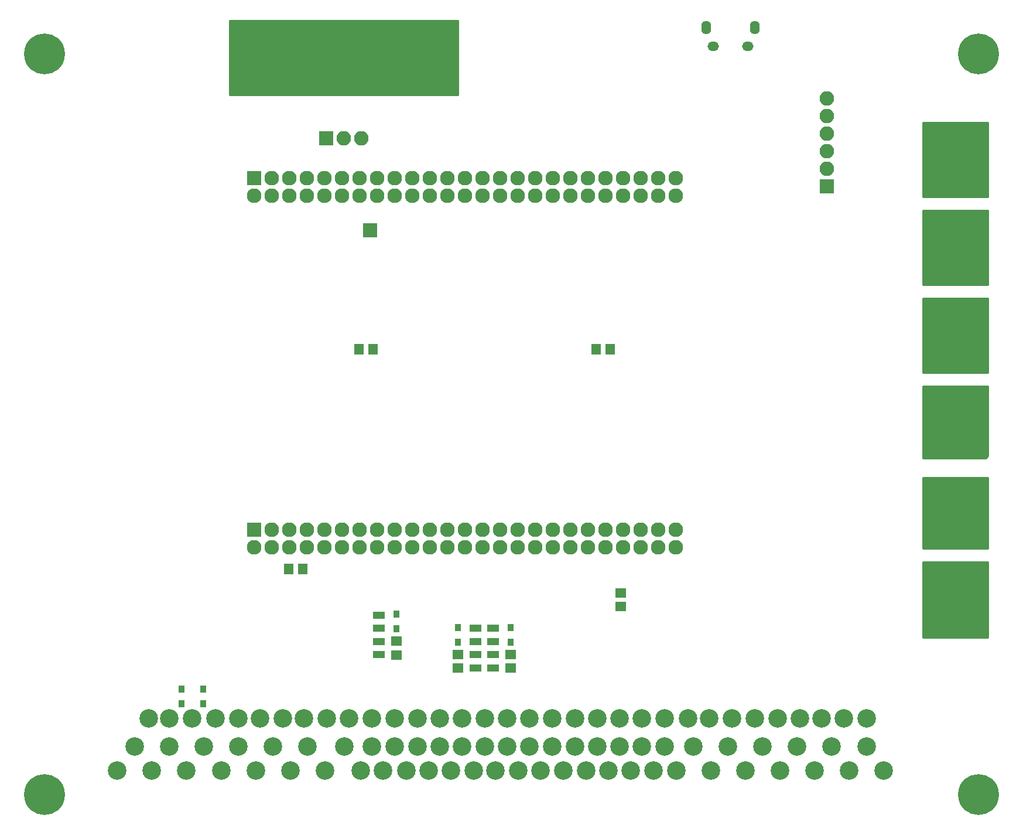
<source format=gbr>
G04 #@! TF.FileFunction,Soldermask,Bot*
%FSLAX46Y46*%
G04 Gerber Fmt 4.6, Leading zero omitted, Abs format (unit mm)*
G04 Created by KiCad (PCBNEW 4.0.6) date 01/07/18 00:35:13*
%MOMM*%
%LPD*%
G01*
G04 APERTURE LIST*
%ADD10C,0.100000*%
%ADD11R,0.850000X1.000000*%
%ADD12C,5.900000*%
%ADD13R,1.400000X1.650000*%
%ADD14R,1.650000X1.400000*%
%ADD15R,2.127200X2.127200*%
%ADD16O,2.127200X2.127200*%
%ADD17R,2.100000X2.100000*%
%ADD18R,1.700000X1.100000*%
%ADD19O,2.100000X2.100000*%
%ADD20C,1.206000*%
%ADD21O,1.650000X1.350000*%
%ADD22O,1.400000X1.950000*%
%ADD23C,2.686000*%
%ADD24C,0.254000*%
G04 APERTURE END LIST*
D10*
D11*
X24765000Y-96740000D03*
X24765000Y-98840000D03*
X27940000Y-96740000D03*
X27940000Y-98840000D03*
D12*
X140000000Y-112000000D03*
X5000000Y-112000000D03*
X140000000Y-5000000D03*
X5000000Y-5000000D03*
D13*
X40275000Y-79375000D03*
X42275000Y-79375000D03*
D14*
X88265000Y-82820000D03*
X88265000Y-84820000D03*
D13*
X50435000Y-47625000D03*
X52435000Y-47625000D03*
X84725000Y-47625000D03*
X86725000Y-47625000D03*
D15*
X35290000Y-73710000D03*
D16*
X35290000Y-76250000D03*
X37830000Y-73710000D03*
X37830000Y-76250000D03*
X40370000Y-73710000D03*
X40370000Y-76250000D03*
X42910000Y-73710000D03*
X42910000Y-76250000D03*
X45450000Y-73710000D03*
X45450000Y-76250000D03*
X47990000Y-73710000D03*
X47990000Y-76250000D03*
X50530000Y-73710000D03*
X50530000Y-76250000D03*
X53070000Y-73710000D03*
X53070000Y-76250000D03*
X55610000Y-73710000D03*
X55610000Y-76250000D03*
X58150000Y-73710000D03*
X58150000Y-76250000D03*
X60690000Y-73710000D03*
X60690000Y-76250000D03*
X63230000Y-73710000D03*
X63230000Y-76250000D03*
X65770000Y-73710000D03*
X65770000Y-76250000D03*
X68310000Y-73710000D03*
X68310000Y-76250000D03*
X70850000Y-73710000D03*
X70850000Y-76250000D03*
X73390000Y-73710000D03*
X73390000Y-76250000D03*
X75930000Y-73710000D03*
X75930000Y-76250000D03*
X78470000Y-73710000D03*
X78470000Y-76250000D03*
X81010000Y-73710000D03*
X81010000Y-76250000D03*
X83550000Y-73710000D03*
X83550000Y-76250000D03*
X86090000Y-73710000D03*
X86090000Y-76250000D03*
X88630000Y-73710000D03*
X88630000Y-76250000D03*
X91170000Y-73710000D03*
X91170000Y-76250000D03*
X93710000Y-73710000D03*
X93710000Y-76250000D03*
X96250000Y-73710000D03*
X96250000Y-76250000D03*
D15*
X35290000Y-22910000D03*
D16*
X35290000Y-25450000D03*
X37830000Y-22910000D03*
X37830000Y-25450000D03*
X40370000Y-22910000D03*
X40370000Y-25450000D03*
X42910000Y-22910000D03*
X42910000Y-25450000D03*
X45450000Y-22910000D03*
X45450000Y-25450000D03*
X47990000Y-22910000D03*
X47990000Y-25450000D03*
X50530000Y-22910000D03*
X50530000Y-25450000D03*
X53070000Y-22910000D03*
X53070000Y-25450000D03*
X55610000Y-22910000D03*
X55610000Y-25450000D03*
X58150000Y-22910000D03*
X58150000Y-25450000D03*
X60690000Y-22910000D03*
X60690000Y-25450000D03*
X63230000Y-22910000D03*
X63230000Y-25450000D03*
X65770000Y-22910000D03*
X65770000Y-25450000D03*
X68310000Y-22910000D03*
X68310000Y-25450000D03*
X70850000Y-22910000D03*
X70850000Y-25450000D03*
X73390000Y-22910000D03*
X73390000Y-25450000D03*
X75930000Y-22910000D03*
X75930000Y-25450000D03*
X78470000Y-22910000D03*
X78470000Y-25450000D03*
X81010000Y-22910000D03*
X81010000Y-25450000D03*
X83550000Y-22910000D03*
X83550000Y-25450000D03*
X86090000Y-22910000D03*
X86090000Y-25450000D03*
X88630000Y-22910000D03*
X88630000Y-25450000D03*
X91170000Y-22910000D03*
X91170000Y-25450000D03*
X93710000Y-22910000D03*
X93710000Y-25450000D03*
X96250000Y-22910000D03*
X96250000Y-25450000D03*
D14*
X55880000Y-91805000D03*
X55880000Y-89805000D03*
X72390000Y-93710000D03*
X72390000Y-91710000D03*
X64770000Y-93710000D03*
X64770000Y-91710000D03*
D11*
X55880000Y-88045000D03*
X55880000Y-85945000D03*
X64770000Y-89950000D03*
X64770000Y-87850000D03*
X72390000Y-89950000D03*
X72390000Y-87850000D03*
D17*
X52070000Y-30480000D03*
D18*
X53340000Y-91755000D03*
X53340000Y-89855000D03*
X53340000Y-87945000D03*
X53340000Y-86045000D03*
X67310000Y-93660000D03*
X67310000Y-91760000D03*
X67310000Y-89850000D03*
X67310000Y-87950000D03*
X69850000Y-93660000D03*
X69850000Y-91760000D03*
X69850000Y-89850000D03*
X69850000Y-87950000D03*
D17*
X118110000Y-24130000D03*
D19*
X118110000Y-21590000D03*
X118110000Y-19050000D03*
X118110000Y-16510000D03*
X118110000Y-13970000D03*
X118110000Y-11430000D03*
D17*
X45720000Y-17145000D03*
D19*
X48260000Y-17145000D03*
X50800000Y-17145000D03*
D20*
X136580000Y-83820000D03*
X139580000Y-83820000D03*
X133580000Y-83820000D03*
X133580000Y-81320000D03*
X136580000Y-81320000D03*
X139580000Y-81320000D03*
X133580000Y-86320000D03*
X136580000Y-86320000D03*
X139580000Y-86320000D03*
X136580000Y-71120000D03*
X139580000Y-71120000D03*
X133580000Y-71120000D03*
X133580000Y-68620000D03*
X136580000Y-68620000D03*
X139580000Y-68620000D03*
X133580000Y-73620000D03*
X136580000Y-73620000D03*
X139580000Y-73620000D03*
X136580000Y-58420000D03*
X139580000Y-58420000D03*
X133580000Y-58420000D03*
X133580000Y-55920000D03*
X136580000Y-55920000D03*
X139580000Y-55920000D03*
X133580000Y-60920000D03*
X136580000Y-60920000D03*
X139580000Y-60920000D03*
X136580000Y-45720000D03*
X139580000Y-45720000D03*
X133580000Y-45720000D03*
X133580000Y-43220000D03*
X136580000Y-43220000D03*
X139580000Y-43220000D03*
X133580000Y-48220000D03*
X136580000Y-48220000D03*
X139580000Y-48220000D03*
X136580000Y-33020000D03*
X139580000Y-33020000D03*
X133580000Y-33020000D03*
X133580000Y-30520000D03*
X136580000Y-30520000D03*
X139580000Y-30520000D03*
X133580000Y-35520000D03*
X136580000Y-35520000D03*
X139580000Y-35520000D03*
X136580000Y-20320000D03*
X139580000Y-20320000D03*
X133580000Y-20320000D03*
X133580000Y-17820000D03*
X136580000Y-17820000D03*
X139580000Y-17820000D03*
X133580000Y-22820000D03*
X136580000Y-22820000D03*
X139580000Y-22820000D03*
D21*
X106640000Y-3890000D03*
X101640000Y-3890000D03*
D22*
X107640000Y-1190000D03*
X100640000Y-1190000D03*
D23*
X126292000Y-108500000D03*
X121292000Y-108500000D03*
X116292000Y-108500000D03*
X111292000Y-108500000D03*
X106292000Y-108500000D03*
X101292000Y-108500000D03*
X96292000Y-108500000D03*
X92992000Y-108500000D03*
X89692000Y-108500000D03*
X86492000Y-108500000D03*
X83292000Y-108500000D03*
X79992000Y-108500000D03*
X76692000Y-108500000D03*
X73492000Y-108500000D03*
X70192000Y-108500000D03*
X66992000Y-108500000D03*
X63692000Y-108500000D03*
X60492000Y-108500000D03*
X57292000Y-108500000D03*
X53892000Y-108500000D03*
X50692000Y-108500000D03*
X45492000Y-108500000D03*
X40492000Y-108500000D03*
X35492000Y-108500000D03*
X30492000Y-108500000D03*
X25492000Y-108500000D03*
X20492000Y-108500000D03*
X15492000Y-108500000D03*
X123792000Y-105000000D03*
X118792000Y-105000000D03*
X113792000Y-105000000D03*
X108792000Y-105000000D03*
X103792000Y-105000000D03*
X98792000Y-105000000D03*
X94642000Y-105000000D03*
X91342000Y-105000000D03*
X88092000Y-105000000D03*
X84892000Y-105000000D03*
X81642000Y-105000000D03*
X78342000Y-105000000D03*
X75092000Y-105000000D03*
X71842000Y-105000000D03*
X68592000Y-105000000D03*
X65342000Y-105000000D03*
X62092000Y-105000000D03*
X58892000Y-105000000D03*
X55592000Y-105000000D03*
X52292000Y-105000000D03*
X48292000Y-105000000D03*
X42992000Y-105000000D03*
X37992000Y-105000000D03*
X32992000Y-105000000D03*
X27992000Y-105000000D03*
X22992000Y-105000000D03*
X17992000Y-105000000D03*
X123792000Y-101000000D03*
X120492000Y-101000000D03*
X117292000Y-101000000D03*
X114192000Y-101000000D03*
X110992000Y-101000000D03*
X107692000Y-101000000D03*
X104392000Y-101000000D03*
X101092000Y-101000000D03*
X97992000Y-101000000D03*
X94642000Y-101000000D03*
X91342000Y-101000000D03*
X88092000Y-101000000D03*
X84892000Y-101000000D03*
X81642000Y-101000000D03*
X78342000Y-101000000D03*
X75092000Y-101000000D03*
X71842000Y-101000000D03*
X68592000Y-101000000D03*
X65342000Y-101000000D03*
X62092000Y-101000000D03*
X58892000Y-101000000D03*
X55592000Y-101000000D03*
X52292000Y-101000000D03*
X48992000Y-101000000D03*
X45792000Y-101000000D03*
X42492000Y-101000000D03*
X39392000Y-101000000D03*
X36092000Y-101000000D03*
X32992000Y-101000000D03*
X29692000Y-101000000D03*
X26292000Y-101000000D03*
X22992000Y-101000000D03*
X19992000Y-101000000D03*
D24*
G36*
X141351000Y-89281000D02*
X131953000Y-89281000D01*
X131953000Y-78359000D01*
X141351000Y-78359000D01*
X141351000Y-89281000D01*
X141351000Y-89281000D01*
G37*
X141351000Y-89281000D02*
X131953000Y-89281000D01*
X131953000Y-78359000D01*
X141351000Y-78359000D01*
X141351000Y-89281000D01*
G36*
X141351000Y-76454000D02*
X131953000Y-76454000D01*
X131953000Y-66167000D01*
X141351000Y-66167000D01*
X141351000Y-76454000D01*
X141351000Y-76454000D01*
G37*
X141351000Y-76454000D02*
X131953000Y-76454000D01*
X131953000Y-66167000D01*
X141351000Y-66167000D01*
X141351000Y-76454000D01*
G36*
X141351000Y-63066394D02*
X141044394Y-63373000D01*
X131953000Y-63373000D01*
X131953000Y-52959000D01*
X141351000Y-52959000D01*
X141351000Y-63066394D01*
X141351000Y-63066394D01*
G37*
X141351000Y-63066394D02*
X141044394Y-63373000D01*
X131953000Y-63373000D01*
X131953000Y-52959000D01*
X141351000Y-52959000D01*
X141351000Y-63066394D01*
G36*
X141351000Y-51054000D02*
X131953000Y-51054000D01*
X131953000Y-40259000D01*
X141351000Y-40259000D01*
X141351000Y-51054000D01*
X141351000Y-51054000D01*
G37*
X141351000Y-51054000D02*
X131953000Y-51054000D01*
X131953000Y-40259000D01*
X141351000Y-40259000D01*
X141351000Y-51054000D01*
G36*
X141351000Y-38354000D02*
X131953000Y-38354000D01*
X131953000Y-27559000D01*
X141351000Y-27559000D01*
X141351000Y-38354000D01*
X141351000Y-38354000D01*
G37*
X141351000Y-38354000D02*
X131953000Y-38354000D01*
X131953000Y-27559000D01*
X141351000Y-27559000D01*
X141351000Y-38354000D01*
G36*
X141351000Y-25654000D02*
X131953000Y-25654000D01*
X131953000Y-14859000D01*
X141351000Y-14859000D01*
X141351000Y-25654000D01*
X141351000Y-25654000D01*
G37*
X141351000Y-25654000D02*
X131953000Y-25654000D01*
X131953000Y-14859000D01*
X141351000Y-14859000D01*
X141351000Y-25654000D01*
G36*
X64770000Y-10922000D02*
X31750000Y-10922000D01*
X31750000Y-127000D01*
X64770000Y-127000D01*
X64770000Y-10922000D01*
X64770000Y-10922000D01*
G37*
X64770000Y-10922000D02*
X31750000Y-10922000D01*
X31750000Y-127000D01*
X64770000Y-127000D01*
X64770000Y-10922000D01*
M02*

</source>
